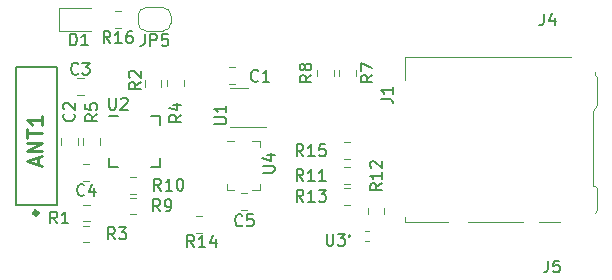
<source format=gbr>
G04 #@! TF.GenerationSoftware,KiCad,Pcbnew,(5.1.4)-1*
G04 #@! TF.CreationDate,2019-12-01T21:56:44-05:00*
G04 #@! TF.ProjectId,Feather-weather-station,46656174-6865-4722-9d77-656174686572,rev?*
G04 #@! TF.SameCoordinates,Original*
G04 #@! TF.FileFunction,Legend,Top*
G04 #@! TF.FilePolarity,Positive*
%FSLAX46Y46*%
G04 Gerber Fmt 4.6, Leading zero omitted, Abs format (unit mm)*
G04 Created by KiCad (PCBNEW (5.1.4)-1) date 2019-12-01 21:56:44*
%MOMM*%
%LPD*%
G04 APERTURE LIST*
%ADD10C,0.120000*%
%ADD11C,0.150000*%
%ADD12C,0.100000*%
%ADD13C,0.200000*%
%ADD14C,0.400000*%
%ADD15C,0.254000*%
G04 APERTURE END LIST*
D10*
X169751200Y-59415500D02*
X169401200Y-59925500D01*
X169551200Y-56905500D02*
X169551200Y-56645500D01*
X169751200Y-57105500D02*
X169551200Y-56905500D01*
X169751200Y-66505500D02*
X169551200Y-66295500D01*
X169401200Y-66295500D02*
X169551200Y-66295500D01*
X169401200Y-66295500D02*
X169401200Y-59925500D01*
X164791200Y-69395500D02*
X166591200Y-69395500D01*
X158791200Y-69395500D02*
X163491200Y-69395500D01*
X169751200Y-68365500D02*
X169551200Y-68565500D01*
X169751200Y-68365500D02*
X169751200Y-66505500D01*
X169751200Y-57105500D02*
X169751200Y-59415500D01*
X153481200Y-69395500D02*
X157091200Y-69395500D01*
X153481200Y-68945500D02*
X153481200Y-69395500D01*
X153481200Y-55425500D02*
X167491200Y-55425500D01*
X153481200Y-57345500D02*
X153481200Y-55425500D01*
D11*
X132743700Y-60372500D02*
X132743700Y-61172500D01*
X128393700Y-64722500D02*
X128393700Y-63922500D01*
X132743700Y-64722500D02*
X132743700Y-63922500D01*
X128393700Y-60372500D02*
X129193700Y-60372500D01*
X128393700Y-64722500D02*
X129193700Y-64722500D01*
X132743700Y-64722500D02*
X131943700Y-64722500D01*
X132743700Y-60372500D02*
X131943700Y-60372500D01*
D12*
X138388900Y-66162200D02*
X138388900Y-66642200D01*
X138388900Y-66642200D02*
X139028900Y-66642200D01*
X138388900Y-62542200D02*
X139028900Y-62542200D01*
X140548900Y-66642200D02*
X141188900Y-66642200D01*
X141188900Y-66162200D02*
X141188900Y-66642200D01*
X140548900Y-62542200D02*
X141188900Y-62542200D01*
X141188900Y-62542200D02*
X141188900Y-63022200D01*
D10*
X127659200Y-62806078D02*
X127659200Y-62288922D01*
X126239200Y-62806078D02*
X126239200Y-62288922D01*
X130700278Y-65545900D02*
X130183122Y-65545900D01*
X130700278Y-66965900D02*
X130183122Y-66965900D01*
X140123678Y-66904800D02*
X139606522Y-66904800D01*
X140123678Y-68324800D02*
X139606522Y-68324800D01*
X139094978Y-56262200D02*
X138577822Y-56262200D01*
X139094978Y-57682200D02*
X138577822Y-57682200D01*
X129417578Y-51487000D02*
X128900422Y-51487000D01*
X129417578Y-52907000D02*
X128900422Y-52907000D01*
X132957800Y-53197000D02*
X131557800Y-53197000D01*
X130857800Y-52497000D02*
X130857800Y-51897000D01*
X131557800Y-51197000D02*
X132957800Y-51197000D01*
X133657800Y-51897000D02*
X133657800Y-52497000D01*
X133657800Y-52497000D02*
G75*
G02X132957800Y-53197000I-700000J0D01*
G01*
X132957800Y-51197000D02*
G75*
G02X133657800Y-51897000I0J-700000D01*
G01*
X130857800Y-51897000D02*
G75*
G02X131557800Y-51197000I700000J0D01*
G01*
X131557800Y-53197000D02*
G75*
G02X130857800Y-52497000I0J700000D01*
G01*
X124172000Y-53157000D02*
X126857000Y-53157000D01*
X124172000Y-51237000D02*
X124172000Y-53157000D01*
X126857000Y-51237000D02*
X124172000Y-51237000D01*
X148265382Y-64044900D02*
X148782538Y-64044900D01*
X148265382Y-62624900D02*
X148782538Y-62624900D01*
X148265382Y-67893000D02*
X148782538Y-67893000D01*
X148265382Y-66473000D02*
X148782538Y-66473000D01*
X135783822Y-70280600D02*
X136300978Y-70280600D01*
X135783822Y-68860600D02*
X136300978Y-68860600D01*
X148782538Y-64720400D02*
X148265382Y-64720400D01*
X148782538Y-66140400D02*
X148265382Y-66140400D01*
X134720400Y-57840378D02*
X134720400Y-57323222D01*
X133300400Y-57840378D02*
X133300400Y-57323222D01*
X132840800Y-57891178D02*
X132840800Y-57374022D01*
X131420800Y-57891178D02*
X131420800Y-57374022D01*
X151713000Y-68673478D02*
X151713000Y-68156322D01*
X150293000Y-68673478D02*
X150293000Y-68156322D01*
X130170422Y-68705800D02*
X130687578Y-68705800D01*
X130170422Y-67285800D02*
X130687578Y-67285800D01*
X147445800Y-57002178D02*
X147445800Y-56485022D01*
X146025800Y-57002178D02*
X146025800Y-56485022D01*
X147892700Y-56485022D02*
X147892700Y-57002178D01*
X149312700Y-56485022D02*
X149312700Y-57002178D01*
X126750578Y-69673400D02*
X126233422Y-69673400D01*
X126750578Y-71093400D02*
X126233422Y-71093400D01*
X126763278Y-67895400D02*
X126246122Y-67895400D01*
X126763278Y-69315400D02*
X126246122Y-69315400D01*
X126737878Y-64479100D02*
X126220722Y-64479100D01*
X126737878Y-65899100D02*
X126220722Y-65899100D01*
X126255278Y-57189300D02*
X125738122Y-57189300D01*
X126255278Y-58609300D02*
X125738122Y-58609300D01*
X125766900Y-62806078D02*
X125766900Y-62288922D01*
X124346900Y-62806078D02*
X124346900Y-62288922D01*
X140182600Y-58054600D02*
X138682600Y-58054600D01*
X141682600Y-61274600D02*
X138682600Y-61274600D01*
D13*
X120512900Y-67954155D02*
X124012900Y-67954155D01*
X124012900Y-67954155D02*
X124012900Y-56254155D01*
X124012900Y-56254155D02*
X120512900Y-56254155D01*
X120512900Y-56254155D02*
X120512900Y-67954155D01*
D14*
X122345590Y-68599155D02*
G75*
G03X122345590Y-68599155I-141690J0D01*
G01*
D12*
X150053700Y-70148500D02*
X150453700Y-70148500D01*
X150053700Y-70948500D02*
X150453700Y-70948500D01*
D13*
X148753700Y-70448500D02*
X148753700Y-70448500D01*
X148753700Y-70648500D02*
X148753700Y-70648500D01*
X148753700Y-70648500D02*
G75*
G03X148753700Y-70448500I0J100000D01*
G01*
X148753700Y-70448500D02*
G75*
G03X148753700Y-70648500I0J-100000D01*
G01*
D11*
X151440900Y-58931133D02*
X152155186Y-58931133D01*
X152298043Y-58978752D01*
X152393281Y-59073990D01*
X152440900Y-59216847D01*
X152440900Y-59312085D01*
X152440900Y-57931133D02*
X152440900Y-58502561D01*
X152440900Y-58216847D02*
X151440900Y-58216847D01*
X151583758Y-58312085D01*
X151678996Y-58407323D01*
X151726615Y-58502561D01*
X128422495Y-58837580D02*
X128422495Y-59647104D01*
X128470114Y-59742342D01*
X128517733Y-59789961D01*
X128612971Y-59837580D01*
X128803447Y-59837580D01*
X128898685Y-59789961D01*
X128946304Y-59742342D01*
X128993923Y-59647104D01*
X128993923Y-58837580D01*
X129422495Y-58932819D02*
X129470114Y-58885200D01*
X129565352Y-58837580D01*
X129803447Y-58837580D01*
X129898685Y-58885200D01*
X129946304Y-58932819D01*
X129993923Y-59028057D01*
X129993923Y-59123295D01*
X129946304Y-59266152D01*
X129374876Y-59837580D01*
X129993923Y-59837580D01*
X141423140Y-65171224D02*
X142232664Y-65171224D01*
X142327902Y-65123605D01*
X142375521Y-65075986D01*
X142423140Y-64980748D01*
X142423140Y-64790272D01*
X142375521Y-64695034D01*
X142327902Y-64647415D01*
X142232664Y-64599796D01*
X141423140Y-64599796D01*
X141756474Y-63695034D02*
X142423140Y-63695034D01*
X141375521Y-63933129D02*
X142089807Y-64171224D01*
X142089807Y-63552177D01*
X127401580Y-60237666D02*
X126925390Y-60571000D01*
X127401580Y-60809095D02*
X126401580Y-60809095D01*
X126401580Y-60428142D01*
X126449200Y-60332904D01*
X126496819Y-60285285D01*
X126592057Y-60237666D01*
X126734914Y-60237666D01*
X126830152Y-60285285D01*
X126877771Y-60332904D01*
X126925390Y-60428142D01*
X126925390Y-60809095D01*
X126401580Y-59332904D02*
X126401580Y-59809095D01*
X126877771Y-59856714D01*
X126830152Y-59809095D01*
X126782533Y-59713857D01*
X126782533Y-59475761D01*
X126830152Y-59380523D01*
X126877771Y-59332904D01*
X126973009Y-59285285D01*
X127211104Y-59285285D01*
X127306342Y-59332904D01*
X127353961Y-59380523D01*
X127401580Y-59475761D01*
X127401580Y-59713857D01*
X127353961Y-59809095D01*
X127306342Y-59856714D01*
X132808742Y-66695580D02*
X132475409Y-66219390D01*
X132237314Y-66695580D02*
X132237314Y-65695580D01*
X132618266Y-65695580D01*
X132713504Y-65743200D01*
X132761123Y-65790819D01*
X132808742Y-65886057D01*
X132808742Y-66028914D01*
X132761123Y-66124152D01*
X132713504Y-66171771D01*
X132618266Y-66219390D01*
X132237314Y-66219390D01*
X133761123Y-66695580D02*
X133189695Y-66695580D01*
X133475409Y-66695580D02*
X133475409Y-65695580D01*
X133380171Y-65838438D01*
X133284933Y-65933676D01*
X133189695Y-65981295D01*
X134380171Y-65695580D02*
X134475409Y-65695580D01*
X134570647Y-65743200D01*
X134618266Y-65790819D01*
X134665885Y-65886057D01*
X134713504Y-66076533D01*
X134713504Y-66314628D01*
X134665885Y-66505104D01*
X134618266Y-66600342D01*
X134570647Y-66647961D01*
X134475409Y-66695580D01*
X134380171Y-66695580D01*
X134284933Y-66647961D01*
X134237314Y-66600342D01*
X134189695Y-66505104D01*
X134142076Y-66314628D01*
X134142076Y-66076533D01*
X134189695Y-65886057D01*
X134237314Y-65790819D01*
X134284933Y-65743200D01*
X134380171Y-65695580D01*
X139698433Y-69621942D02*
X139650814Y-69669561D01*
X139507957Y-69717180D01*
X139412719Y-69717180D01*
X139269861Y-69669561D01*
X139174623Y-69574323D01*
X139127004Y-69479085D01*
X139079385Y-69288609D01*
X139079385Y-69145752D01*
X139127004Y-68955276D01*
X139174623Y-68860038D01*
X139269861Y-68764800D01*
X139412719Y-68717180D01*
X139507957Y-68717180D01*
X139650814Y-68764800D01*
X139698433Y-68812419D01*
X140603195Y-68717180D02*
X140127004Y-68717180D01*
X140079385Y-69193371D01*
X140127004Y-69145752D01*
X140222242Y-69098133D01*
X140460338Y-69098133D01*
X140555576Y-69145752D01*
X140603195Y-69193371D01*
X140650814Y-69288609D01*
X140650814Y-69526704D01*
X140603195Y-69621942D01*
X140555576Y-69669561D01*
X140460338Y-69717180D01*
X140222242Y-69717180D01*
X140127004Y-69669561D01*
X140079385Y-69621942D01*
X141031933Y-57380142D02*
X140984314Y-57427761D01*
X140841457Y-57475380D01*
X140746219Y-57475380D01*
X140603361Y-57427761D01*
X140508123Y-57332523D01*
X140460504Y-57237285D01*
X140412885Y-57046809D01*
X140412885Y-56903952D01*
X140460504Y-56713476D01*
X140508123Y-56618238D01*
X140603361Y-56523000D01*
X140746219Y-56475380D01*
X140841457Y-56475380D01*
X140984314Y-56523000D01*
X141031933Y-56570619D01*
X141984314Y-57475380D02*
X141412885Y-57475380D01*
X141698600Y-57475380D02*
X141698600Y-56475380D01*
X141603361Y-56618238D01*
X141508123Y-56713476D01*
X141412885Y-56761095D01*
X165579466Y-72629780D02*
X165579466Y-73344066D01*
X165531847Y-73486923D01*
X165436609Y-73582161D01*
X165293752Y-73629780D01*
X165198514Y-73629780D01*
X166531847Y-72629780D02*
X166055657Y-72629780D01*
X166008038Y-73105971D01*
X166055657Y-73058352D01*
X166150895Y-73010733D01*
X166388990Y-73010733D01*
X166484228Y-73058352D01*
X166531847Y-73105971D01*
X166579466Y-73201209D01*
X166579466Y-73439304D01*
X166531847Y-73534542D01*
X166484228Y-73582161D01*
X166388990Y-73629780D01*
X166150895Y-73629780D01*
X166055657Y-73582161D01*
X166008038Y-73534542D01*
X165223866Y-51712880D02*
X165223866Y-52427166D01*
X165176247Y-52570023D01*
X165081009Y-52665261D01*
X164938152Y-52712880D01*
X164842914Y-52712880D01*
X166128628Y-52046214D02*
X166128628Y-52712880D01*
X165890533Y-51665261D02*
X165652438Y-52379547D01*
X166271485Y-52379547D01*
X128516142Y-54198780D02*
X128182809Y-53722590D01*
X127944714Y-54198780D02*
X127944714Y-53198780D01*
X128325666Y-53198780D01*
X128420904Y-53246400D01*
X128468523Y-53294019D01*
X128516142Y-53389257D01*
X128516142Y-53532114D01*
X128468523Y-53627352D01*
X128420904Y-53674971D01*
X128325666Y-53722590D01*
X127944714Y-53722590D01*
X129468523Y-54198780D02*
X128897095Y-54198780D01*
X129182809Y-54198780D02*
X129182809Y-53198780D01*
X129087571Y-53341638D01*
X128992333Y-53436876D01*
X128897095Y-53484495D01*
X130325666Y-53198780D02*
X130135190Y-53198780D01*
X130039952Y-53246400D01*
X129992333Y-53294019D01*
X129897095Y-53436876D01*
X129849476Y-53627352D01*
X129849476Y-54008304D01*
X129897095Y-54103542D01*
X129944714Y-54151161D01*
X130039952Y-54198780D01*
X130230428Y-54198780D01*
X130325666Y-54151161D01*
X130373285Y-54103542D01*
X130420904Y-54008304D01*
X130420904Y-53770209D01*
X130373285Y-53674971D01*
X130325666Y-53627352D01*
X130230428Y-53579733D01*
X130039952Y-53579733D01*
X129944714Y-53627352D01*
X129897095Y-53674971D01*
X129849476Y-53770209D01*
X131424466Y-53449380D02*
X131424466Y-54163666D01*
X131376847Y-54306523D01*
X131281609Y-54401761D01*
X131138752Y-54449380D01*
X131043514Y-54449380D01*
X131900657Y-54449380D02*
X131900657Y-53449380D01*
X132281609Y-53449380D01*
X132376847Y-53497000D01*
X132424466Y-53544619D01*
X132472085Y-53639857D01*
X132472085Y-53782714D01*
X132424466Y-53877952D01*
X132376847Y-53925571D01*
X132281609Y-53973190D01*
X131900657Y-53973190D01*
X133376847Y-53449380D02*
X132900657Y-53449380D01*
X132853038Y-53925571D01*
X132900657Y-53877952D01*
X132995895Y-53830333D01*
X133233990Y-53830333D01*
X133329228Y-53877952D01*
X133376847Y-53925571D01*
X133424466Y-54020809D01*
X133424466Y-54258904D01*
X133376847Y-54354142D01*
X133329228Y-54401761D01*
X133233990Y-54449380D01*
X132995895Y-54449380D01*
X132900657Y-54401761D01*
X132853038Y-54354142D01*
X125118904Y-54401980D02*
X125118904Y-53401980D01*
X125357000Y-53401980D01*
X125499857Y-53449600D01*
X125595095Y-53544838D01*
X125642714Y-53640076D01*
X125690333Y-53830552D01*
X125690333Y-53973409D01*
X125642714Y-54163885D01*
X125595095Y-54259123D01*
X125499857Y-54354361D01*
X125357000Y-54401980D01*
X125118904Y-54401980D01*
X126642714Y-54401980D02*
X126071285Y-54401980D01*
X126357000Y-54401980D02*
X126357000Y-53401980D01*
X126261761Y-53544838D01*
X126166523Y-53640076D01*
X126071285Y-53687695D01*
X144858502Y-63787280D02*
X144525169Y-63311090D01*
X144287074Y-63787280D02*
X144287074Y-62787280D01*
X144668026Y-62787280D01*
X144763264Y-62834900D01*
X144810883Y-62882519D01*
X144858502Y-62977757D01*
X144858502Y-63120614D01*
X144810883Y-63215852D01*
X144763264Y-63263471D01*
X144668026Y-63311090D01*
X144287074Y-63311090D01*
X145810883Y-63787280D02*
X145239455Y-63787280D01*
X145525169Y-63787280D02*
X145525169Y-62787280D01*
X145429931Y-62930138D01*
X145334693Y-63025376D01*
X145239455Y-63072995D01*
X146715645Y-62787280D02*
X146239455Y-62787280D01*
X146191836Y-63263471D01*
X146239455Y-63215852D01*
X146334693Y-63168233D01*
X146572788Y-63168233D01*
X146668026Y-63215852D01*
X146715645Y-63263471D01*
X146763264Y-63358709D01*
X146763264Y-63596804D01*
X146715645Y-63692042D01*
X146668026Y-63739661D01*
X146572788Y-63787280D01*
X146334693Y-63787280D01*
X146239455Y-63739661D01*
X146191836Y-63692042D01*
X144858502Y-67635380D02*
X144525169Y-67159190D01*
X144287074Y-67635380D02*
X144287074Y-66635380D01*
X144668026Y-66635380D01*
X144763264Y-66683000D01*
X144810883Y-66730619D01*
X144858502Y-66825857D01*
X144858502Y-66968714D01*
X144810883Y-67063952D01*
X144763264Y-67111571D01*
X144668026Y-67159190D01*
X144287074Y-67159190D01*
X145810883Y-67635380D02*
X145239455Y-67635380D01*
X145525169Y-67635380D02*
X145525169Y-66635380D01*
X145429931Y-66778238D01*
X145334693Y-66873476D01*
X145239455Y-66921095D01*
X146144217Y-66635380D02*
X146763264Y-66635380D01*
X146429931Y-67016333D01*
X146572788Y-67016333D01*
X146668026Y-67063952D01*
X146715645Y-67111571D01*
X146763264Y-67206809D01*
X146763264Y-67444904D01*
X146715645Y-67540142D01*
X146668026Y-67587761D01*
X146572788Y-67635380D01*
X146287074Y-67635380D01*
X146191836Y-67587761D01*
X146144217Y-67540142D01*
X135617982Y-71480940D02*
X135284649Y-71004750D01*
X135046554Y-71480940D02*
X135046554Y-70480940D01*
X135427506Y-70480940D01*
X135522744Y-70528560D01*
X135570363Y-70576179D01*
X135617982Y-70671417D01*
X135617982Y-70814274D01*
X135570363Y-70909512D01*
X135522744Y-70957131D01*
X135427506Y-71004750D01*
X135046554Y-71004750D01*
X136570363Y-71480940D02*
X135998935Y-71480940D01*
X136284649Y-71480940D02*
X136284649Y-70480940D01*
X136189411Y-70623798D01*
X136094173Y-70719036D01*
X135998935Y-70766655D01*
X137427506Y-70814274D02*
X137427506Y-71480940D01*
X137189411Y-70433321D02*
X136951316Y-71147607D01*
X137570363Y-71147607D01*
X144858502Y-65882780D02*
X144525169Y-65406590D01*
X144287074Y-65882780D02*
X144287074Y-64882780D01*
X144668026Y-64882780D01*
X144763264Y-64930400D01*
X144810883Y-64978019D01*
X144858502Y-65073257D01*
X144858502Y-65216114D01*
X144810883Y-65311352D01*
X144763264Y-65358971D01*
X144668026Y-65406590D01*
X144287074Y-65406590D01*
X145810883Y-65882780D02*
X145239455Y-65882780D01*
X145525169Y-65882780D02*
X145525169Y-64882780D01*
X145429931Y-65025638D01*
X145334693Y-65120876D01*
X145239455Y-65168495D01*
X146763264Y-65882780D02*
X146191836Y-65882780D01*
X146477550Y-65882780D02*
X146477550Y-64882780D01*
X146382312Y-65025638D01*
X146287074Y-65120876D01*
X146191836Y-65168495D01*
X134513580Y-60288466D02*
X134037390Y-60621800D01*
X134513580Y-60859895D02*
X133513580Y-60859895D01*
X133513580Y-60478942D01*
X133561200Y-60383704D01*
X133608819Y-60336085D01*
X133704057Y-60288466D01*
X133846914Y-60288466D01*
X133942152Y-60336085D01*
X133989771Y-60383704D01*
X134037390Y-60478942D01*
X134037390Y-60859895D01*
X133846914Y-59431323D02*
X134513580Y-59431323D01*
X133465961Y-59669419D02*
X134180247Y-59907514D01*
X134180247Y-59288466D01*
X131084580Y-57519866D02*
X130608390Y-57853200D01*
X131084580Y-58091295D02*
X130084580Y-58091295D01*
X130084580Y-57710342D01*
X130132200Y-57615104D01*
X130179819Y-57567485D01*
X130275057Y-57519866D01*
X130417914Y-57519866D01*
X130513152Y-57567485D01*
X130560771Y-57615104D01*
X130608390Y-57710342D01*
X130608390Y-58091295D01*
X130179819Y-57138914D02*
X130132200Y-57091295D01*
X130084580Y-56996057D01*
X130084580Y-56757961D01*
X130132200Y-56662723D01*
X130179819Y-56615104D01*
X130275057Y-56567485D01*
X130370295Y-56567485D01*
X130513152Y-56615104D01*
X131084580Y-57186533D01*
X131084580Y-56567485D01*
X151506180Y-66098657D02*
X151029990Y-66431990D01*
X151506180Y-66670085D02*
X150506180Y-66670085D01*
X150506180Y-66289133D01*
X150553800Y-66193895D01*
X150601419Y-66146276D01*
X150696657Y-66098657D01*
X150839514Y-66098657D01*
X150934752Y-66146276D01*
X150982371Y-66193895D01*
X151029990Y-66289133D01*
X151029990Y-66670085D01*
X151506180Y-65146276D02*
X151506180Y-65717704D01*
X151506180Y-65431990D02*
X150506180Y-65431990D01*
X150649038Y-65527228D01*
X150744276Y-65622466D01*
X150791895Y-65717704D01*
X150601419Y-64765323D02*
X150553800Y-64717704D01*
X150506180Y-64622466D01*
X150506180Y-64384371D01*
X150553800Y-64289133D01*
X150601419Y-64241514D01*
X150696657Y-64193895D01*
X150791895Y-64193895D01*
X150934752Y-64241514D01*
X151506180Y-64812942D01*
X151506180Y-64193895D01*
X132738833Y-68448180D02*
X132405500Y-67971990D01*
X132167404Y-68448180D02*
X132167404Y-67448180D01*
X132548357Y-67448180D01*
X132643595Y-67495800D01*
X132691214Y-67543419D01*
X132738833Y-67638657D01*
X132738833Y-67781514D01*
X132691214Y-67876752D01*
X132643595Y-67924371D01*
X132548357Y-67971990D01*
X132167404Y-67971990D01*
X133215023Y-68448180D02*
X133405500Y-68448180D01*
X133500738Y-68400561D01*
X133548357Y-68352942D01*
X133643595Y-68210085D01*
X133691214Y-68019609D01*
X133691214Y-67638657D01*
X133643595Y-67543419D01*
X133595976Y-67495800D01*
X133500738Y-67448180D01*
X133310261Y-67448180D01*
X133215023Y-67495800D01*
X133167404Y-67543419D01*
X133119785Y-67638657D01*
X133119785Y-67876752D01*
X133167404Y-67971990D01*
X133215023Y-68019609D01*
X133310261Y-68067228D01*
X133500738Y-68067228D01*
X133595976Y-68019609D01*
X133643595Y-67971990D01*
X133691214Y-67876752D01*
X145538180Y-56910266D02*
X145061990Y-57243600D01*
X145538180Y-57481695D02*
X144538180Y-57481695D01*
X144538180Y-57100742D01*
X144585800Y-57005504D01*
X144633419Y-56957885D01*
X144728657Y-56910266D01*
X144871514Y-56910266D01*
X144966752Y-56957885D01*
X145014371Y-57005504D01*
X145061990Y-57100742D01*
X145061990Y-57481695D01*
X144966752Y-56338838D02*
X144919133Y-56434076D01*
X144871514Y-56481695D01*
X144776276Y-56529314D01*
X144728657Y-56529314D01*
X144633419Y-56481695D01*
X144585800Y-56434076D01*
X144538180Y-56338838D01*
X144538180Y-56148361D01*
X144585800Y-56053123D01*
X144633419Y-56005504D01*
X144728657Y-55957885D01*
X144776276Y-55957885D01*
X144871514Y-56005504D01*
X144919133Y-56053123D01*
X144966752Y-56148361D01*
X144966752Y-56338838D01*
X145014371Y-56434076D01*
X145061990Y-56481695D01*
X145157228Y-56529314D01*
X145347704Y-56529314D01*
X145442942Y-56481695D01*
X145490561Y-56434076D01*
X145538180Y-56338838D01*
X145538180Y-56148361D01*
X145490561Y-56053123D01*
X145442942Y-56005504D01*
X145347704Y-55957885D01*
X145157228Y-55957885D01*
X145061990Y-56005504D01*
X145014371Y-56053123D01*
X144966752Y-56148361D01*
X150705080Y-56910266D02*
X150228890Y-57243600D01*
X150705080Y-57481695D02*
X149705080Y-57481695D01*
X149705080Y-57100742D01*
X149752700Y-57005504D01*
X149800319Y-56957885D01*
X149895557Y-56910266D01*
X150038414Y-56910266D01*
X150133652Y-56957885D01*
X150181271Y-57005504D01*
X150228890Y-57100742D01*
X150228890Y-57481695D01*
X149705080Y-56576933D02*
X149705080Y-55910266D01*
X150705080Y-56338838D01*
X128916133Y-70823080D02*
X128582800Y-70346890D01*
X128344704Y-70823080D02*
X128344704Y-69823080D01*
X128725657Y-69823080D01*
X128820895Y-69870700D01*
X128868514Y-69918319D01*
X128916133Y-70013557D01*
X128916133Y-70156414D01*
X128868514Y-70251652D01*
X128820895Y-70299271D01*
X128725657Y-70346890D01*
X128344704Y-70346890D01*
X129249466Y-69823080D02*
X129868514Y-69823080D01*
X129535180Y-70204033D01*
X129678038Y-70204033D01*
X129773276Y-70251652D01*
X129820895Y-70299271D01*
X129868514Y-70394509D01*
X129868514Y-70632604D01*
X129820895Y-70727842D01*
X129773276Y-70775461D01*
X129678038Y-70823080D01*
X129392323Y-70823080D01*
X129297085Y-70775461D01*
X129249466Y-70727842D01*
X124019013Y-69479420D02*
X123685680Y-69003230D01*
X123447584Y-69479420D02*
X123447584Y-68479420D01*
X123828537Y-68479420D01*
X123923775Y-68527040D01*
X123971394Y-68574659D01*
X124019013Y-68669897D01*
X124019013Y-68812754D01*
X123971394Y-68907992D01*
X123923775Y-68955611D01*
X123828537Y-69003230D01*
X123447584Y-69003230D01*
X124971394Y-69479420D02*
X124399965Y-69479420D01*
X124685680Y-69479420D02*
X124685680Y-68479420D01*
X124590441Y-68622278D01*
X124495203Y-68717516D01*
X124399965Y-68765135D01*
X126320253Y-67052462D02*
X126272634Y-67100081D01*
X126129777Y-67147700D01*
X126034539Y-67147700D01*
X125891681Y-67100081D01*
X125796443Y-67004843D01*
X125748824Y-66909605D01*
X125701205Y-66719129D01*
X125701205Y-66576272D01*
X125748824Y-66385796D01*
X125796443Y-66290558D01*
X125891681Y-66195320D01*
X126034539Y-66147700D01*
X126129777Y-66147700D01*
X126272634Y-66195320D01*
X126320253Y-66242939D01*
X127177396Y-66481034D02*
X127177396Y-67147700D01*
X126939300Y-66100081D02*
X126701205Y-66814367D01*
X127320253Y-66814367D01*
X125804633Y-56783242D02*
X125757014Y-56830861D01*
X125614157Y-56878480D01*
X125518919Y-56878480D01*
X125376061Y-56830861D01*
X125280823Y-56735623D01*
X125233204Y-56640385D01*
X125185585Y-56449909D01*
X125185585Y-56307052D01*
X125233204Y-56116576D01*
X125280823Y-56021338D01*
X125376061Y-55926100D01*
X125518919Y-55878480D01*
X125614157Y-55878480D01*
X125757014Y-55926100D01*
X125804633Y-55973719D01*
X126137966Y-55878480D02*
X126757014Y-55878480D01*
X126423680Y-56259433D01*
X126566538Y-56259433D01*
X126661776Y-56307052D01*
X126709395Y-56354671D01*
X126757014Y-56449909D01*
X126757014Y-56688004D01*
X126709395Y-56783242D01*
X126661776Y-56830861D01*
X126566538Y-56878480D01*
X126280823Y-56878480D01*
X126185585Y-56830861D01*
X126137966Y-56783242D01*
X125414042Y-60199566D02*
X125461661Y-60247185D01*
X125509280Y-60390042D01*
X125509280Y-60485280D01*
X125461661Y-60628138D01*
X125366423Y-60723376D01*
X125271185Y-60770995D01*
X125080709Y-60818614D01*
X124937852Y-60818614D01*
X124747376Y-60770995D01*
X124652138Y-60723376D01*
X124556900Y-60628138D01*
X124509280Y-60485280D01*
X124509280Y-60390042D01*
X124556900Y-60247185D01*
X124604519Y-60199566D01*
X124604519Y-59818614D02*
X124556900Y-59770995D01*
X124509280Y-59675757D01*
X124509280Y-59437661D01*
X124556900Y-59342423D01*
X124604519Y-59294804D01*
X124699757Y-59247185D01*
X124794995Y-59247185D01*
X124937852Y-59294804D01*
X125509280Y-59866233D01*
X125509280Y-59247185D01*
X137336280Y-61074204D02*
X138145804Y-61074204D01*
X138241042Y-61026585D01*
X138288661Y-60978966D01*
X138336280Y-60883728D01*
X138336280Y-60693252D01*
X138288661Y-60598014D01*
X138241042Y-60550395D01*
X138145804Y-60502776D01*
X137336280Y-60502776D01*
X138336280Y-59502776D02*
X138336280Y-60074204D01*
X138336280Y-59788490D02*
X137336280Y-59788490D01*
X137479138Y-59883728D01*
X137574376Y-59978966D01*
X137621995Y-60074204D01*
D15*
X122412346Y-64514165D02*
X122412346Y-63909403D01*
X122775203Y-64635117D02*
X121505203Y-64211784D01*
X122775203Y-63788451D01*
X122775203Y-63365117D02*
X121505203Y-63365117D01*
X122775203Y-62639403D01*
X121505203Y-62639403D01*
X121505203Y-62216070D02*
X121505203Y-61490355D01*
X122775203Y-61853213D02*
X121505203Y-61853213D01*
X122775203Y-60401784D02*
X122775203Y-61127498D01*
X122775203Y-60764641D02*
X121505203Y-60764641D01*
X121686632Y-60885594D01*
X121807584Y-61006546D01*
X121868060Y-61127498D01*
D11*
X146822255Y-70353940D02*
X146822255Y-71163464D01*
X146869874Y-71258702D01*
X146917493Y-71306321D01*
X147012731Y-71353940D01*
X147203207Y-71353940D01*
X147298445Y-71306321D01*
X147346064Y-71258702D01*
X147393683Y-71163464D01*
X147393683Y-70353940D01*
X147774636Y-70353940D02*
X148393683Y-70353940D01*
X148060350Y-70734893D01*
X148203207Y-70734893D01*
X148298445Y-70782512D01*
X148346064Y-70830131D01*
X148393683Y-70925369D01*
X148393683Y-71163464D01*
X148346064Y-71258702D01*
X148298445Y-71306321D01*
X148203207Y-71353940D01*
X147917493Y-71353940D01*
X147822255Y-71306321D01*
X147774636Y-71258702D01*
M02*

</source>
